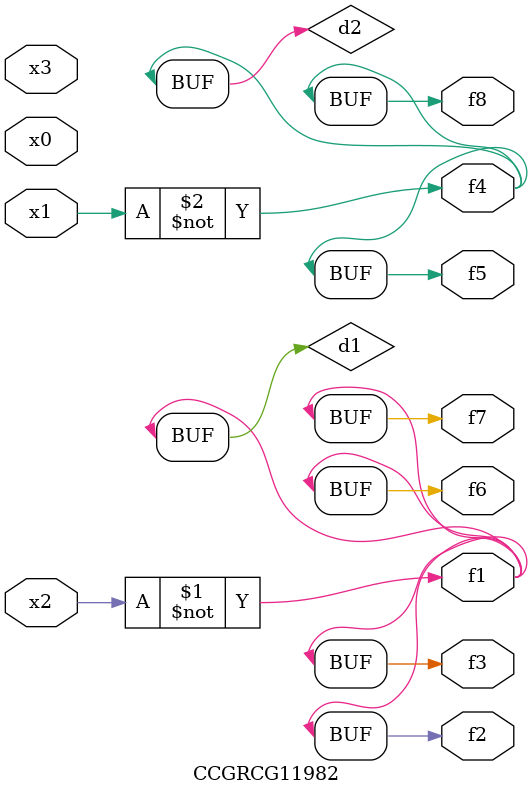
<source format=v>
module CCGRCG11982(
	input x0, x1, x2, x3,
	output f1, f2, f3, f4, f5, f6, f7, f8
);

	wire d1, d2;

	xnor (d1, x2);
	not (d2, x1);
	assign f1 = d1;
	assign f2 = d1;
	assign f3 = d1;
	assign f4 = d2;
	assign f5 = d2;
	assign f6 = d1;
	assign f7 = d1;
	assign f8 = d2;
endmodule

</source>
